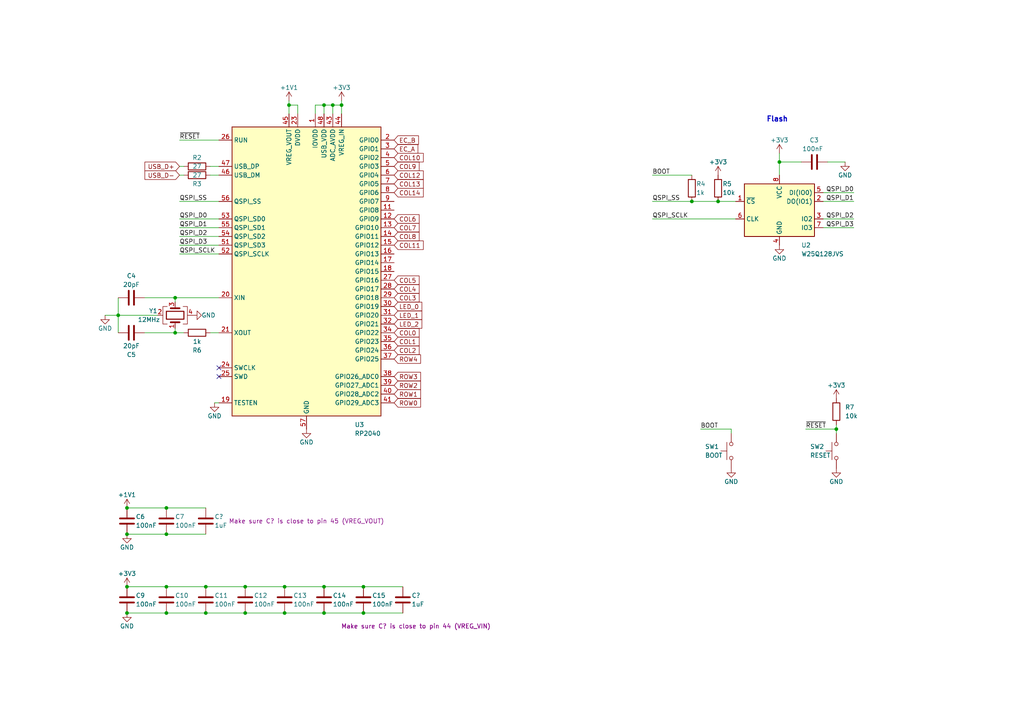
<source format=kicad_sch>
(kicad_sch (version 20230121) (generator eeschema)
  (paper "A4")
  (lib_symbols
    (symbol "Device:C" (pin_numbers hide) (pin_names (offset 0.254))
      (property "Reference" "C" (at 0.635 2.54 0))
      (property "Value" "C" (at 0.635 -2.54 0))
      (symbol "C_0_1"
        (polyline (pts (xy -2.032 -0.762) (xy 2.032 -0.762)) (stroke (width 0.508)))
        (polyline (pts (xy -2.032 0.762) (xy 2.032 0.762)) (stroke (width 0.508)))
      )
      (symbol "C_1_1"
        (pin passive line (at 0 3.81 270) (length 2.794) (name "~") (number "1"))
        (pin passive line (at 0 -3.81 90) (length 2.794) (name "~") (number "2"))
      )
    )
    (symbol "Device:Crystal_GND24" (pin_names (offset 1.016) hide)
      (property "Reference" "Y" (at 3.175 5.08 0))
      (property "Value" "Crystal_GND24" (at 3.175 3.175 0))
      (symbol "Crystal_GND24_0_1"
        (rectangle (start -1.143 2.54) (end 1.143 -2.54) (stroke (width 0.3048)))
        (polyline (pts (xy -2.54 0) (xy -2.032 0)))
        (polyline (pts (xy -2.032 -1.27) (xy -2.032 1.27)) (stroke (width 0.508)))
        (polyline (pts (xy 0 -3.81) (xy 0 -3.556)))
        (polyline (pts (xy 0 3.556) (xy 0 3.81)))
        (polyline (pts (xy 2.032 -1.27) (xy 2.032 1.27)) (stroke (width 0.508)))
        (polyline (pts (xy 2.032 0) (xy 2.54 0)))
        (polyline (pts (xy -2.54 -2.286) (xy -2.54 -3.556) (xy 2.54 -3.556) (xy 2.54 -2.286)))
        (polyline (pts (xy -2.54 2.286) (xy -2.54 3.556) (xy 2.54 3.556) (xy 2.54 2.286)))
      )
      (symbol "Crystal_GND24_1_1"
        (pin passive line (at -3.81 0 0) (length 1.27) (name "1") (number "1"))
        (pin passive line (at 0 5.08 270) (length 1.27) (name "2") (number "2"))
        (pin passive line (at 3.81 0 180) (length 1.27) (name "3") (number "3"))
        (pin passive line (at 0 -5.08 90) (length 1.27) (name "4") (number "4"))
      )
    )
    (symbol "Device:R" (pin_numbers hide) (pin_names (offset 0))
      (property "Reference" "R" (at 2.032 0 90))
      (property "Value" "R" (at 0 0 90))
      (symbol "R_0_1"
        (rectangle (start -1.016 -2.54) (end 1.016 2.54) (stroke (width 0.254)))
      )
      (symbol "R_1_1"
        (pin passive line (at 0 3.81 270) (length 1.27) (name "~") (number "1"))
        (pin passive line (at 0 -3.81 90) (length 1.27) (name "~") (number "2"))
      )
    )
    (symbol "MCU_RaspberryPi:RP2040"
      (property "Reference" "U" (at 17.78 45.72 0))
      (property "Value" "RP2040" (at 17.78 43.18 0))
      (symbol "RP2040_0_1"
        (rectangle (start -21.59 41.91) (end 21.59 -41.91) (stroke (width 0.254)) (fill (type background)))
      )
      (symbol "RP2040_1_1"
        (pin power_in line (at 2.54 45.72 270) (length 3.81) (name "IOVDD") (number "1"))
        (pin passive line (at 2.54 45.72 270) (length 3.81) hide (name "IOVDD") (number "10"))
        (pin bidirectional line (at 25.4 17.78 180) (length 3.81) (name "GPIO8") (number "11"))
        (pin bidirectional line (at 25.4 15.24 180) (length 3.81) (name "GPIO9") (number "12"))
        (pin bidirectional line (at 25.4 12.7 180) (length 3.81) (name "GPIO10") (number "13"))
        (pin bidirectional line (at 25.4 10.16 180) (length 3.81) (name "GPIO11") (number "14"))
        (pin bidirectional line (at 25.4 7.62 180) (length 3.81) (name "GPIO12") (number "15"))
        (pin bidirectional line (at 25.4 5.08 180) (length 3.81) (name "GPIO13") (number "16"))
        (pin bidirectional line (at 25.4 2.54 180) (length 3.81) (name "GPIO14") (number "17"))
        (pin bidirectional line (at 25.4 0 180) (length 3.81) (name "GPIO15") (number "18"))
        (pin input line (at -25.4 -38.1 0) (length 3.81) (name "TESTEN") (number "19"))
        (pin bidirectional line (at 25.4 38.1 180) (length 3.81) (name "GPIO0") (number "2"))
        (pin input line (at -25.4 -7.62 0) (length 3.81) (name "XIN") (number "20"))
        (pin passive line (at -25.4 -17.78 0) (length 3.81) (name "XOUT") (number "21"))
        (pin passive line (at 2.54 45.72 270) (length 3.81) hide (name "IOVDD") (number "22"))
        (pin power_in line (at -2.54 45.72 270) (length 3.81) (name "DVDD") (number "23"))
        (pin output line (at -25.4 -27.94 0) (length 3.81) (name "SWCLK") (number "24"))
        (pin bidirectional line (at -25.4 -30.48 0) (length 3.81) (name "SWD") (number "25"))
        (pin input line (at -25.4 38.1 0) (length 3.81) (name "RUN") (number "26"))
        (pin bidirectional line (at 25.4 -2.54 180) (length 3.81) (name "GPIO16") (number "27"))
        (pin bidirectional line (at 25.4 -5.08 180) (length 3.81) (name "GPIO17") (number "28"))
        (pin bidirectional line (at 25.4 -7.62 180) (length 3.81) (name "GPIO18") (number "29"))
        (pin bidirectional line (at 25.4 35.56 180) (length 3.81) (name "GPIO1") (number "3"))
        (pin bidirectional line (at 25.4 -10.16 180) (length 3.81) (name "GPIO19") (number "30"))
        (pin bidirectional line (at 25.4 -12.7 180) (length 3.81) (name "GPIO20") (number "31"))
        (pin bidirectional line (at 25.4 -15.24 180) (length 3.81) (name "GPIO21") (number "32"))
        (pin passive line (at 2.54 45.72 270) (length 3.81) hide (name "IOVDD") (number "33"))
        (pin bidirectional line (at 25.4 -17.78 180) (length 3.81) (name "GPIO22") (number "34"))
        (pin bidirectional line (at 25.4 -20.32 180) (length 3.81) (name "GPIO23") (number "35"))
        (pin bidirectional line (at 25.4 -22.86 180) (length 3.81) (name "GPIO24") (number "36"))
        (pin bidirectional line (at 25.4 -25.4 180) (length 3.81) (name "GPIO25") (number "37"))
        (pin bidirectional line (at 25.4 -30.48 180) (length 3.81) (name "GPIO26_ADC0") (number "38"))
        (pin bidirectional line (at 25.4 -33.02 180) (length 3.81) (name "GPIO27_ADC1") (number "39"))
        (pin bidirectional line (at 25.4 33.02 180) (length 3.81) (name "GPIO2") (number "4"))
        (pin bidirectional line (at 25.4 -35.56 180) (length 3.81) (name "GPIO28_ADC2") (number "40"))
        (pin bidirectional line (at 25.4 -38.1 180) (length 3.81) (name "GPIO29_ADC3") (number "41"))
        (pin passive line (at 2.54 45.72 270) (length 3.81) hide (name "IOVDD") (number "42"))
        (pin power_in line (at 7.62 45.72 270) (length 3.81) (name "ADC_AVDD") (number "43"))
        (pin power_in line (at 10.16 45.72 270) (length 3.81) (name "VREG_IN") (number "44"))
        (pin power_out line (at -5.08 45.72 270) (length 3.81) (name "VREG_VOUT") (number "45"))
        (pin bidirectional line (at -25.4 27.94 0) (length 3.81) (name "USB_DM") (number "46"))
        (pin bidirectional line (at -25.4 30.48 0) (length 3.81) (name "USB_DP") (number "47"))
        (pin power_in line (at 5.08 45.72 270) (length 3.81) (name "USB_VDD") (number "48"))
        (pin passive line (at 2.54 45.72 270) (length 3.81) hide (name "IOVDD") (number "49"))
        (pin bidirectional line (at 25.4 30.48 180) (length 3.81) (name "GPIO3") (number "5"))
        (pin passive line (at -2.54 45.72 270) (length 3.81) hide (name "DVDD") (number "50"))
        (pin bidirectional line (at -25.4 7.62 0) (length 3.81) (name "QSPI_SD3") (number "51"))
        (pin output line (at -25.4 5.08 0) (length 3.81) (name "QSPI_SCLK") (number "52"))
        (pin bidirectional line (at -25.4 15.24 0) (length 3.81) (name "QSPI_SD0") (number "53"))
        (pin bidirectional line (at -25.4 10.16 0) (length 3.81) (name "QSPI_SD2") (number "54"))
        (pin bidirectional line (at -25.4 12.7 0) (length 3.81) (name "QSPI_SD1") (number "55"))
        (pin bidirectional line (at -25.4 20.32 0) (length 3.81) (name "QSPI_SS") (number "56"))
        (pin power_in line (at 0 -45.72 90) (length 3.81) (name "GND") (number "57"))
        (pin bidirectional line (at 25.4 27.94 180) (length 3.81) (name "GPIO4") (number "6"))
        (pin bidirectional line (at 25.4 25.4 180) (length 3.81) (name "GPIO5") (number "7"))
        (pin bidirectional line (at 25.4 22.86 180) (length 3.81) (name "GPIO6") (number "8"))
        (pin bidirectional line (at 25.4 20.32 180) (length 3.81) (name "GPIO7") (number "9"))
      )
    )
    (symbol "Memory_Flash:W25Q128JVS"
      (property "Reference" "U" (at -8.89 8.89 0))
      (property "Value" "W25Q128JVS" (at 7.62 8.89 0))
      (symbol "W25Q128JVS_0_1"
        (rectangle (start -10.16 7.62) (end 10.16 -7.62) (stroke (width 0.254)) (fill (type background)))
      )
      (symbol "W25Q128JVS_1_1"
        (pin input line (at -12.7 2.54 0) (length 2.54) (name "~{CS}") (number "1"))
        (pin bidirectional line (at 12.7 2.54 180) (length 2.54) (name "DO(IO1)") (number "2"))
        (pin bidirectional line (at 12.7 -2.54 180) (length 2.54) (name "IO2") (number "3"))
        (pin power_in line (at 0 -10.16 90) (length 2.54) (name "GND") (number "4"))
        (pin bidirectional line (at 12.7 5.08 180) (length 2.54) (name "DI(IO0)") (number "5"))
        (pin input line (at -12.7 -2.54 0) (length 2.54) (name "CLK") (number "6"))
        (pin bidirectional line (at 12.7 -5.08 180) (length 2.54) (name "IO3") (number "7"))
        (pin power_in line (at 0 10.16 270) (length 2.54) (name "VCC") (number "8"))
      )
    )
    (symbol "SW_Push_1" (pin_numbers hide) (pin_names (offset 1.016) hide)
      (property "Reference" "SW1" (at -7.62 1.27 90))
      (property "Value" "BOOT" (at -7.62 -1.27 90))
      (symbol "SW_Push_1_0_1"
        (circle (center -2.032 0) (radius 0.508))
        (polyline (pts (xy 0 1.27) (xy 0 3.048)))
        (polyline (pts (xy 2.54 1.27) (xy -2.54 1.27)))
        (circle (center 2.032 0) (radius 0.508))
        (pin passive line (at -5.08 0 0) (length 2.54) (name "1") (number "1"))
        (pin passive line (at 5.08 0 180) (length 2.54) (name "2") (number "2"))
      )
    )
    (symbol "Switch:SW_Push" (pin_numbers hide) (pin_names (offset 1.016) hide)
      (property "Reference" "SW2" (at -8.89 1.27 90))
      (property "Value" "RESET" (at -8.89 -1.27 90))
      (symbol "SW_Push_0_1"
        (circle (center -2.032 0) (radius 0.508))
        (polyline (pts (xy 0 1.27) (xy 0 3.048)))
        (polyline (pts (xy 2.54 1.27) (xy -2.54 1.27)))
        (circle (center 2.032 0) (radius 0.508))
        (pin passive line (at -5.08 0 0) (length 2.54) (name "1") (number "1"))
        (pin passive line (at 5.08 0 180) (length 2.54) (name "2") (number "2"))
      )
    )
    (symbol "power:+1V1" (power) (pin_names (offset 0))
      (property "Value" "+1V1" (at 0 3.556 0))
      (symbol "+1V1_0_1"
        (polyline (pts (xy -0.762 1.27) (xy 0 2.54)))
        (polyline (pts (xy 0 0) (xy 0 2.54)))
        (polyline (pts (xy 0 2.54) (xy 0.762 1.27)))
      )
      (symbol "+1V1_1_1"
        (pin power_in line (at 0 0 90) (length 0) hide (name "+1V1") (number "1"))
      )
    )
    (symbol "power:+3V3" (power) (pin_names (offset 0))
      (property "Value" "+3V3" (at 0 3.556 0))
      (symbol "+3V3_0_1"
        (polyline (pts (xy -0.762 1.27) (xy 0 2.54)))
        (polyline (pts (xy 0 0) (xy 0 2.54)))
        (polyline (pts (xy 0 2.54) (xy 0.762 1.27)))
      )
      (symbol "+3V3_1_1"
        (pin power_in line (at 0 0 90) (length 0) hide (name "+3V3") (number "1"))
      )
    )
    (symbol "power:GND" (power) (pin_names (offset 0))
      (property "Value" "GND" (at 0 -3.81 0))
      (symbol "GND_0_1"
        (polyline (pts (xy 0 0) (xy 0 -1.27) (xy 1.27 -1.27) (xy 0 -2.54) (xy -1.27 -1.27) (xy 0 -1.27)))
      )
      (symbol "GND_1_1"
        (pin power_in line (at 0 0 270) (length 0) hide (name "GND") (number "1"))
      )
    )
  )
  (junction (at 93.98 30.48))
  (junction (at 34.29 91.44))
  (junction (at 59.69 170.18))
  (junction (at 48.26 170.18))
  (junction (at 83.82 30.48))
  (junction (at 96.52 30.48))
  (junction (at 36.83 154.94))
  (junction (at 105.41 177.8))
  (junction (at 242.57 124.46))
  (junction (at 36.83 170.18))
  (junction (at 208.28 58.42))
  (junction (at 50.8 86.36))
  (junction (at 48.26 147.32))
  (junction (at 48.26 177.8))
  (junction (at 71.12 170.18))
  (junction (at 200.66 58.42))
  (junction (at 82.55 170.18))
  (junction (at 105.41 170.18))
  (junction (at 93.98 170.18))
  (junction (at 99.06 30.48))
  (junction (at 93.98 177.8))
  (junction (at 48.26 154.94))
  (junction (at 50.8 96.52))
  (junction (at 226.06 46.99))
  (junction (at 36.83 147.32))
  (junction (at 59.69 177.8))
  (junction (at 36.83 177.8))
  (junction (at 71.12 177.8))
  (junction (at 82.55 177.8))
  (no_connect (at 63.5 106.68))
  (no_connect (at 63.5 109.22))
  (wire (pts (xy 93.98 170.18) (xy 105.41 170.18)))
  (wire (pts (xy 41.91 96.52) (xy 50.8 96.52)))
  (wire (pts (xy 99.06 33.02) (xy 99.06 30.48)))
  (wire (pts (xy 50.8 86.36) (xy 63.5 86.36)))
  (wire (pts (xy 48.26 170.18) (xy 59.69 170.18)))
  (wire (pts (xy 96.52 30.48) (xy 96.52 33.02)))
  (wire (pts (xy 52.07 40.64) (xy 63.5 40.64)))
  (wire (pts (xy 36.83 170.18) (xy 48.26 170.18)))
  (wire (pts (xy 62.23 116.84) (xy 63.5 116.84)))
  (wire (pts (xy 93.98 177.8) (xy 105.41 177.8)))
  (wire (pts (xy 48.26 147.32) (xy 59.69 147.32)))
  (wire (pts (xy 226.06 46.99) (xy 226.06 50.8)))
  (wire (pts (xy 52.07 73.66) (xy 63.5 73.66)))
  (wire (pts (xy 247.65 58.42) (xy 238.76 58.42)))
  (wire (pts (xy 34.29 86.36) (xy 34.29 91.44)))
  (wire (pts (xy 52.07 68.58) (xy 63.5 68.58)))
  (wire (pts (xy 50.8 96.52) (xy 53.34 96.52)))
  (wire (pts (xy 189.23 50.8) (xy 200.66 50.8)))
  (wire (pts (xy 226.06 44.45) (xy 226.06 46.99)))
  (wire (pts (xy 59.69 170.18) (xy 71.12 170.18)))
  (wire (pts (xy 82.55 170.18) (xy 93.98 170.18)))
  (wire (pts (xy 71.12 170.18) (xy 82.55 170.18)))
  (wire (pts (xy 60.96 48.26) (xy 63.5 48.26)))
  (wire (pts (xy 34.29 91.44) (xy 34.29 96.52)))
  (wire (pts (xy 93.98 30.48) (xy 96.52 30.48)))
  (wire (pts (xy 52.07 48.26) (xy 53.34 48.26)))
  (wire (pts (xy 105.41 170.18) (xy 116.84 170.18)))
  (wire (pts (xy 83.82 30.48) (xy 83.82 33.02)))
  (wire (pts (xy 247.65 55.88) (xy 238.76 55.88)))
  (wire (pts (xy 48.26 177.8) (xy 59.69 177.8)))
  (wire (pts (xy 36.83 154.94) (xy 48.26 154.94)))
  (wire (pts (xy 34.29 91.44) (xy 45.72 91.44)))
  (wire (pts (xy 93.98 30.48) (xy 93.98 33.02)))
  (wire (pts (xy 247.65 63.5) (xy 238.76 63.5)))
  (wire (pts (xy 41.91 86.36) (xy 50.8 86.36)))
  (wire (pts (xy 36.83 177.8) (xy 48.26 177.8)))
  (wire (pts (xy 60.96 96.52) (xy 63.5 96.52)))
  (wire (pts (xy 99.06 30.48) (xy 96.52 30.48)))
  (wire (pts (xy 200.66 58.42) (xy 208.28 58.42)))
  (wire (pts (xy 52.07 71.12) (xy 63.5 71.12)))
  (wire (pts (xy 245.11 46.99) (xy 240.03 46.99)))
  (wire (pts (xy 242.57 124.46) (xy 242.57 123.19)))
  (wire (pts (xy 247.65 66.04) (xy 238.76 66.04)))
  (wire (pts (xy 99.06 29.21) (xy 99.06 30.48)))
  (wire (pts (xy 86.36 30.48) (xy 86.36 33.02)))
  (wire (pts (xy 91.44 30.48) (xy 91.44 33.02)))
  (wire (pts (xy 52.07 50.8) (xy 53.34 50.8)))
  (wire (pts (xy 83.82 29.21) (xy 83.82 30.48)))
  (wire (pts (xy 82.55 177.8) (xy 93.98 177.8)))
  (wire (pts (xy 83.82 30.48) (xy 86.36 30.48)))
  (wire (pts (xy 71.12 177.8) (xy 82.55 177.8)))
  (wire (pts (xy 52.07 58.42) (xy 63.5 58.42)))
  (wire (pts (xy 50.8 95.25) (xy 50.8 96.52)))
  (wire (pts (xy 52.07 63.5) (xy 63.5 63.5)))
  (wire (pts (xy 52.07 66.04) (xy 63.5 66.04)))
  (wire (pts (xy 91.44 30.48) (xy 93.98 30.48)))
  (wire (pts (xy 59.69 177.8) (xy 71.12 177.8)))
  (wire (pts (xy 30.48 91.44) (xy 34.29 91.44)))
  (wire (pts (xy 242.57 125.73) (xy 242.57 124.46)))
  (wire (pts (xy 189.23 63.5) (xy 213.36 63.5)))
  (wire (pts (xy 233.68 124.46) (xy 242.57 124.46)))
  (wire (pts (xy 60.96 50.8) (xy 63.5 50.8)))
  (wire (pts (xy 208.28 58.42) (xy 213.36 58.42)))
  (wire (pts (xy 105.41 177.8) (xy 116.84 177.8)))
  (wire (pts (xy 36.83 147.32) (xy 48.26 147.32)))
  (wire (pts (xy 48.26 154.94) (xy 59.69 154.94)))
  (wire (pts (xy 212.09 124.46) (xy 212.09 125.73)))
  (wire (pts (xy 232.41 46.99) (xy 226.06 46.99)))
  (wire (pts (xy 189.23 58.42) (xy 200.66 58.42)))
  (wire (pts (xy 50.8 86.36) (xy 50.8 87.63)))
  (wire (pts (xy 203.2 124.46) (xy 212.09 124.46)))
  (text "Flash" (at 222.25 35.56 0) (effects (font (size 1.5 1.5) bold) (justify left bottom)))
  (label "QSPI_SCLK" (at 189.23 63.5 0))
  (label "~{RESET}" (at 52.07 40.64 0))
  (label "QSPI_D2" (at 52.07 68.58 0))
  (label "QSPI_SS" (at 52.07 58.42 0))
  (label "QSPI_D1" (at 247.65 58.42 180))
  (label "QSPI_D3" (at 247.65 66.04 180))
  (label "QSPI_D2" (at 247.65 63.5 180))
  (label "QSPI_D0" (at 247.65 55.88 180))
  (label "QSPI_D0" (at 52.07 63.5 0))
  (label "QSPI_SCLK" (at 52.07 73.66 0))
  (label "~{RESET}" (at 233.68 124.46 0))
  (label "QSPI_D3" (at 52.07 71.12 0))
  (label "BOOT" (at 203.2 124.46 0))
  (label "BOOT" (at 189.23 50.8 0))
  (label "QSPI_D1" (at 52.07 66.04 0))
  (label "QSPI_SS" (at 189.23 58.42 0))
  (global_label "LED_0" (shape input) (at 114.3 88.9 0) (property "Intersheetrefs" "${INTERSHEET_REFS}" (effects hide)))
  (global_label "COL10" (shape input) (at 114.3 45.72 0) (property "Intersheetrefs" "${INTERSHEET_REFS}" (effects hide)))
  (global_label "COL13" (shape input) (at 114.3 53.34 0) (property "Intersheetrefs" "${INTERSHEET_REFS}" (effects hide)))
  (global_label "COL5" (shape input) (at 114.3 81.28 0) (property "Intersheetrefs" "${INTERSHEET_REFS}" (effects hide)))
  (global_label "COL1" (shape input) (at 114.3 99.06 0) (property "Intersheetrefs" "${INTERSHEET_REFS}" (effects hide)))
  (global_label "ROW3" (shape input) (at 114.3 109.22 0) (property "Intersheetrefs" "${INTERSHEET_REFS}" (effects hide)))
  (global_label "ROW4" (shape input) (at 114.3 104.14 0) (property "Intersheetrefs" "${INTERSHEET_REFS}" (effects hide)))
  (global_label "LED_1" (shape input) (at 114.3 91.44 0) (property "Intersheetrefs" "${INTERSHEET_REFS}" (effects hide)))
  (global_label "ROW2" (shape input) (at 114.3 111.76 0) (property "Intersheetrefs" "${INTERSHEET_REFS}" (effects hide)))
  (global_label "USB_D-" (shape input) (at 52.07 50.8 180) (property "Intersheetrefs" "${INTERSHEET_REFS}" (effects hide)))
  (global_label "ROW0" (shape input) (at 114.3 116.84 0) (property "Intersheetrefs" "${INTERSHEET_REFS}" (effects hide)))
  (global_label "COL7" (shape input) (at 114.3 66.04 0) (property "Intersheetrefs" "${INTERSHEET_REFS}" (effects hide)))
  (global_label "COL3" (shape input) (at 114.3 86.36 0) (property "Intersheetrefs" "${INTERSHEET_REFS}" (effects hide)))
  (global_label "EC_A" (shape input) (at 114.3 43.18 0) (property "Intersheetrefs" "${INTERSHEET_REFS}" (effects hide)))
  (global_label "LED_2" (shape input) (at 114.3 93.98 0) (property "Intersheetrefs" "${INTERSHEET_REFS}" (effects hide)))
  (global_label "COL11" (shape input) (at 114.3 71.12 0) (property "Intersheetrefs" "${INTERSHEET_REFS}" (effects hide)))
  (global_label "COL4" (shape input) (at 114.3 83.82 0) (property "Intersheetrefs" "${INTERSHEET_REFS}" (effects hide)))
  (global_label "COL2" (shape input) (at 114.3 101.6 0) (property "Intersheetrefs" "${INTERSHEET_REFS}" (effects hide)))
  (global_label "COL6" (shape input) (at 114.3 63.5 0) (property "Intersheetrefs" "${INTERSHEET_REFS}" (effects hide)))
  (global_label "USB_D+" (shape input) (at 52.07 48.26 180) (property "Intersheetrefs" "${INTERSHEET_REFS}" (effects hide)))
  (global_label "COL0" (shape input) (at 114.3 96.52 0) (property "Intersheetrefs" "${INTERSHEET_REFS}" (effects hide)))
  (global_label "EC_B" (shape input) (at 114.3 40.64 0) (property "Intersheetrefs" "${INTERSHEET_REFS}" (effects hide)))
  (global_label "COL9" (shape input) (at 114.3 48.26 0) (property "Intersheetrefs" "${INTERSHEET_REFS}" (effects hide)))
  (global_label "COL12" (shape input) (at 114.3 50.8 0) (property "Intersheetrefs" "${INTERSHEET_REFS}" (effects hide)))
  (global_label "COL14" (shape input) (at 114.3 55.88 0) (property "Intersheetrefs" "${INTERSHEET_REFS}" (effects hide)))
  (global_label "COL8" (shape input) (at 114.3 68.58 0) (property "Intersheetrefs" "${INTERSHEET_REFS}" (effects hide)))
  (global_label "ROW1" (shape input) (at 114.3 114.3 0) (property "Intersheetrefs" "${INTERSHEET_REFS}" (effects hide)))
  (symbol (lib_id "Device:R") (at 208.28 54.61 0) (mirror y) (unit 1)
    (property "Reference" "R5" (at 209.55 53.34 0) (effects (justify right)))
    (property "Value" "10k" (at 209.55 55.88 0) (effects (justify right)))
    (property "Footprint" "Resistor_SMD:R_0402_1005Metric" (effects hide))
    (property "MFR. Part #" "0402WGF1002TCE " (effects hide))
    (property "LCSC" "C25744" (effects hide))
    (instances (project "MS60_2us" (path "" (reference "R5") (unit 1))) (project "facade60_daughterboard" (path "" (reference "R6") (unit 1))))
  )
  (symbol (lib_id "power:+3V3") (at 36.83 170.18 0) (unit 1)
    (property "Reference" "#PWR024" (effects hide))
    (property "Value" "+3V3" (at 36.83 166.37 0))
    (instances (project "MS60_2us" (path "" (reference "#PWR024") (unit 1))) (project "facade60_daughterboard" (path "" (reference "#PWR029") (unit 1))))
  )
  (symbol (lib_name "SW_Push_1") (lib_id "Switch:SW_Push") (at 212.09 130.81 90) (unit 1)
    (property "Reference" "SW1" (at 204.47 129.54 90) (effects (justify right)))
    (property "Value" "BOOT" (at 204.47 132.08 90) (effects (justify right)))
    (property "Footprint" "Button_Switch_SMD:SW_SPST_B3U-1000P" (effects hide))
    (property "MFR. Part #" "TS-1064S-A1B2-D4" (effects hide))
    (property "LCSC" "C498294" (effects hide))
  )
  (symbol (lib_id "Device:C") (at 38.1 96.52 90) (unit 1)
    (property "Reference" "C5" (at 38.1 102.87 90))
    (property "Value" "20pF" (at 38.1 100.33 90))
    (property "Footprint" "Capacitor_SMD:C_0402_1005Metric" (effects hide))
    (property "MFR. Part #" "0402CG200J500NT" (effects hide))
    (property "LCSC" "C1554" (effects hide))
  )
  (symbol (lib_id "power:GND") (at 36.83 154.94 0) (unit 1)
    (property "Reference" "#PWR023" (effects hide))
    (property "Value" "GND" (at 36.83 158.75 0))
    (instances (project "MS60_2us" (path "" (reference "#PWR023") (unit 1))) (project "facade60_daughterboard" (path "" (reference "#PWR028") (unit 1))))
  )
  (symbol (lib_id "power:GND") (at 55.88 91.44 90) (unit 1)
    (property "Reference" "#PWR016" (effects hide))
    (property "Value" "GND" (at 58.42 91.44 90) (effects (justify right)))
    (instances (project "MS60_2us" (path "" (reference "#PWR016") (unit 1))) (project "facade60_daughterboard" (path "" (reference "#PWR021") (unit 1))))
  )
  (symbol (lib_id "Device:C") (at 105.41 173.99 0) (unit 1)
    (property "Reference" "C15" (at 107.95 172.72 0) (effects (justify left)))
    (property "Value" "100nF" (at 107.95 175.26 0) (effects (justify left)))
    (property "Footprint" "Capacitor_SMD:C_0402_1005Metric" (effects hide))
    (property "MFR. Part #" "CL05B104KO5NNNC" (effects hide))
    (property "LCSC" "C1525" (effects hide))
  )
  (symbol (lib_id "Switch:SW_Push") (at 242.57 130.81 90) (unit 1)
    (property "Reference" "SW2" (at 234.95 129.54 90) (effects (justify right)))
    (property "Value" "RESET" (at 234.95 132.08 90) (effects (justify right)))
    (property "Footprint" "Button_Switch_SMD:SW_SPST_B3U-1000P" (effects hide))
    (property "MFR. Part #" "TS-1064S-A1B2-D4" (effects hide))
    (property "LCSC" "C498294" (effects hide))
  )
  (symbol (lib_id "Device:C") (at 48.26 173.99 0) (unit 1)
    (property "Reference" "C10" (at 50.8 172.72 0) (effects (justify left)))
    (property "Value" "100nF" (at 50.8 175.26 0) (effects (justify left)))
    (property "Footprint" "Capacitor_SMD:C_0402_1005Metric" (effects hide))
    (property "MFR. Part #" "CL05B104KO5NNNC" (effects hide))
    (property "LCSC" "C1525" (effects hide))
  )
  (symbol (lib_id "Device:C") (at 59.69 173.99 0) (unit 1)
    (property "Reference" "C11" (at 62.23 172.72 0) (effects (justify left)))
    (property "Value" "100nF" (at 62.23 175.26 0) (effects (justify left)))
    (property "Footprint" "Capacitor_SMD:C_0402_1005Metric" (effects hide))
    (property "MFR. Part #" "CL05B104KO5NNNC" (effects hide))
    (property "LCSC" "C1525" (effects hide))
  )
  (symbol (lib_id "power:GND") (at 30.48 91.44 0) (unit 1)
    (property "Reference" "#PWR015" (effects hide))
    (property "Value" "GND" (at 30.48 95.25 0))
    (instances (project "MS60_2us" (path "" (reference "#PWR015") (unit 1))) (project "facade60_daughterboard" (path "" (reference "#PWR020") (unit 1))))
  )
  (symbol (lib_id "Device:C") (at 236.22 46.99 90) (unit 1)
    (property "Reference" "C3" (at 237.49 40.64 90) (effects (justify left)))
    (property "Value" "100nF" (at 238.76 43.18 90) (effects (justify left)))
    (property "Footprint" "Capacitor_SMD:C_0402_1005Metric" (effects hide))
    (property "MFR. Part #" "CL05B104KO5NNNC" (effects hide))
    (property "LCSC" "C1525" (effects hide))
  )
  (symbol (lib_id "Device:C") (at 38.1 86.36 90) (unit 1)
    (property "Reference" "C4" (at 38.1 80.01 90))
    (property "Value" "20pF" (at 38.1 82.55 90))
    (property "Footprint" "Capacitor_SMD:C_0402_1005Metric" (effects hide))
    (property "MFR. Part #" "0402CG200J500NT" (effects hide))
    (property "LCSC" "C1554" (effects hide))
  )
  (symbol (lib_id "Device:R") (at 57.15 48.26 90) (unit 1)
    (property "Reference" "R2" (at 57.15 45.72 90))
    (property "Value" "27" (at 57.15 48.26 90))
    (property "Footprint" "Resistor_SMD:R_0603_1608Metric" (effects hide))
    (property "MFR. Part #" "0603WAF270JT5E" (effects hide))
    (property "LCSC" "C25190" (effects hide))
    (instances (project "MS60_2us" (path "" (reference "R2") (unit 1))) (project "facade60_daughterboard" (path "" (reference "R3") (unit 1))))
  )
  (symbol (lib_id "Memory_Flash:W25Q128JVS") (at 226.06 60.96 0) (unit 1)
    (property "Reference" "U2" (at 232.41 71.12 0) (effects (justify left)))
    (property "Value" "W25Q128JVS" (at 232.41 73.66 0) (effects (justify left)))
    (property "Footprint" "Package_SO:SOIC-8_5.23x5.23mm_P1.27mm" (effects hide))
    (property "Datasheet" "http://www.winbond.com/resource-files/w25q128jv_dtr%20revc%2003272018%20plus.pdf" (effects hide))
    (property "LCSC" "C97521" (effects hide))
    (property "MFR. Part #" "W25Q128JVSIQ" (effects hide))
    (instances (project "MS60_2us" (path "" (reference "U2") (unit 1))) (project "facade60_daughterboard" (path "" (reference "U3") (unit 1))))
  )
  (symbol (lib_id "Device:Crystal_GND24") (at 50.8 91.44 90) (unit 1)
    (property "Reference" "Y1" (at 44.45 90.17 90))
    (property "Value" "12MHz" (at 43.18 92.71 90))
    (property "Footprint" "Crystal:Crystal_SMD_3225-4Pin_3.2x2.5mm" (effects hide))
    (property "MFR. Part #" "X322512MSB4SI" (effects hide))
    (property "LCSC" "C9002" (effects hide))
  )
  (symbol (lib_id "Device:R") (at 57.15 50.8 90) (unit 1)
    (property "Reference" "R3" (at 57.15 53.34 90))
    (property "Value" "27" (at 57.15 50.8 90))
    (property "Footprint" "Resistor_SMD:R_0603_1608Metric" (effects hide))
    (property "MFR. Part #" "0603WAF270JT5E" (effects hide))
    (property "LCSC" "C25190" (effects hide))
    (instances (project "MS60_2us" (path "" (reference "R3") (unit 1))) (project "facade60_daughterboard" (path "" (reference "R4") (unit 1))))
  )
  (symbol (lib_id "power:GND") (at 62.23 116.84 0) (unit 1)
    (property "Reference" "#PWR018" (effects hide))
    (property "Value" "GND" (at 62.23 120.65 0))
    (instances (project "MS60_2us" (path "" (reference "#PWR018") (unit 1))) (project "facade60_daughterboard" (path "" (reference "#PWR023") (unit 1))))
  )
  (symbol (lib_id "power:+3V3") (at 226.06 44.45 0) (unit 1)
    (property "Reference" "#PWR011" (effects hide))
    (property "Value" "+3V3" (at 226.06 40.64 0))
    (instances (project "MS60_2us" (path "" (reference "#PWR011") (unit 1))) (project "facade60_daughterboard" (path "" (reference "#PWR016") (unit 1))))
  )
  (symbol (lib_id "power:+3V3") (at 242.57 115.57 0) (unit 1)
    (property "Reference" "#PWR017" (effects hide))
    (property "Value" "+3V3" (at 242.57 111.76 0))
    (instances (project "MS60_2us" (path "" (reference "#PWR017") (unit 1))) (project "facade60_daughterboard" (path "" (reference "#PWR022") (unit 1))))
  )
  (symbol (lib_id "power:GND") (at 212.09 135.89 0) (unit 1)
    (property "Reference" "#PWR020" (effects hide))
    (property "Value" "GND" (at 212.09 139.7 0))
    (instances (project "MS60_2us" (path "" (reference "#PWR020") (unit 1))) (project "facade60_daughterboard" (path "" (reference "#PWR025") (unit 1))))
  )
  (symbol (lib_id "Device:R") (at 242.57 119.38 0) (unit 1)
    (property "Reference" "R7" (at 245.11 118.1099 0) (effects (justify left)))
    (property "Value" "10k" (at 245.11 120.6499 0) (effects (justify left)))
    (property "Footprint" "Resistor_SMD:R_0402_1005Metric" (effects hide))
    (property "MFR. Part #" "0402WGF1002TCE " (effects hide))
    (property "LCSC" "C25744" (effects hide))
    (instances (project "MS60_2us" (path "" (reference "R7") (unit 1))) (project "facade60_daughterboard" (path "" (reference "R8") (unit 1))))
  )
  (symbol (lib_id "Device:C") (at 71.12 173.99 0) (unit 1)
    (property "Reference" "C12" (at 73.66 172.72 0) (effects (justify left)))
    (property "Value" "100nF" (at 73.66 175.26 0) (effects (justify left)))
    (property "Footprint" "Capacitor_SMD:C_0402_1005Metric" (effects hide))
    (property "MFR. Part #" "CL05B104KO5NNNC" (effects hide))
    (property "LCSC" "C1525" (effects hide))
  )
  (symbol (lib_id "Device:C") (at 59.69 151.13 0) (unit 1)
    (property "Reference" "C?" (at 62.23 149.86 0) (effects (justify left)))
    (property "Value" "1uF" (at 62.23 152.4 0) (effects (justify left)))
    (property "Footprint" "Capacitor_SMD:C_0402_1005Metric" (effects hide))
    (property "MFR. Part #" "CL05A105KA5NQNC" (effects hide))
    (property "Note" "Make sure ${REFERENCE} is close to pin 45 (VREG_VOUT)" (at 88.9 151.13 0))
    (property "LCSC" "C52923" (effects hide))
    (instances (project "" (path "" (reference "C?") (unit 1))) (project "" (path "" (reference "C?") (unit 1))) (project "" (path "" (reference "C?") (unit 1))) (project "" (path "" (reference "C?") (unit 1))) (project "" (path "" (reference "C?") (unit 1))) (project "" (path "" (reference "C?") (unit 1))) (project "" (path "" (reference "C?") (unit 1))) (project "" (path "" (reference "C?") (unit 1))) (project "" (path "" (reference "C?") (unit 1))) (project "" (path "" (reference "C?") (unit 1))) (project "MS60_2us" (path "" (reference "C8") (unit 1)) (path "" (reference "C?") (unit 1)) (path "" (reference "C?") (unit 1))) (project "" (path "" (reference "C?") (unit 1))) (project "" (path "" (reference "C?") (unit 1))) (project "" (path "" (reference "C?") (unit 1))) (project "" (path "" (reference "C?") (unit 1))) (project "" (path "" (reference "C?") (unit 1))) (project "" (path "" (reference "C?") (unit 1))) (project "" (path "" (reference "C?") (unit 1))) (project "" (path "" (reference "C?") (unit 1))) (project "" (path "" (reference "C?") (unit 1))) (project "" (path "" (reference "C?") (unit 1))) (project "facade60_daughterboard" (path "" (reference "C8") (unit 1)) (path "" (reference "C8") (unit 1))))
  )
  (symbol (lib_id "power:GND") (at 36.83 177.8 0) (unit 1)
    (property "Reference" "#PWR025" (effects hide))
    (property "Value" "GND" (at 36.83 181.61 0))
    (instances (project "MS60_2us" (path "" (reference "#PWR025") (unit 1))) (project "facade60_daughterboard" (path "" (reference "#PWR030") (unit 1))))
  )
  (symbol (lib_id "Device:C") (at 36.83 173.99 0) (unit 1)
    (property "Reference" "C9" (at 39.37 172.72 0) (effects (justify left)))
    (property "Value" "100nF" (at 39.37 175.26 0) (effects (justify left)))
    (property "Footprint" "Capacitor_SMD:C_0402_1005Metric" (effects hide))
    (property "MFR. Part #" "CL05B104KO5NNNC" (effects hide))
    (property "LCSC" "C1525" (effects hide))
  )
  (symbol (lib_id "Device:C") (at 93.98 173.99 0) (unit 1)
    (property "Reference" "C14" (at 96.52 172.72 0) (effects (justify left)))
    (property "Value" "100nF" (at 96.52 175.26 0) (effects (justify left)))
    (property "Footprint" "Capacitor_SMD:C_0402_1005Metric" (effects hide))
    (property "MFR. Part #" "CL05B104KO5NNNC" (effects hide))
    (property "LCSC" "C1525" (effects hide))
  )
  (symbol (lib_id "Device:C") (at 116.84 173.99 0) (unit 1)
    (property "Reference" "C?" (at 119.38 172.72 0) (effects (justify left)))
    (property "Value" "1uF" (at 119.38 175.26 0) (effects (justify left)))
    (property "Footprint" "Capacitor_SMD:C_0402_1005Metric" (effects hide))
    (property "MFR. Part #" "CL05A105KA5NQNC" (effects hide))
    (property "Note" "Make sure ${REFERENCE} is close to pin 44 (VREG_VIN)" (at 120.65 181.61 0))
    (property "LCSC" "C52923" (effects hide))
    (instances (project "" (path "" (reference "C?") (unit 1))) (project "" (path "" (reference "C?") (unit 1))) (project "" (path "" (reference "C?") (unit 1))) (project "" (path "" (reference "C?") (unit 1))) (project "" (path "" (reference "C?") (unit 1))) (project "" (path "" (reference "C?") (unit 1))) (project "" (path "" (reference "C?") (unit 1))) (project "" (path "" (reference "C?") (unit 1))) (project "" (path "" (reference "C?") (unit 1))) (project "" (path "" (reference "C?") (unit 1))) (project "MS60_2us" (path "" (reference "C16") (unit 1)) (path "" (reference "C?") (unit 1)) (path "" (reference "C?") (unit 1))) (project "" (path "" (reference "C?") (unit 1))) (project "" (path "" (reference "C?") (unit 1))) (project "" (path "" (reference "C?") (unit 1))) (project "" (path "" (reference "C?") (unit 1))) (project "" (path "" (reference "C?") (unit 1))) (project "" (path "" (reference "C?") (unit 1))) (project "" (path "" (reference "C?") (unit 1))) (project "" (path "" (reference "C?") (unit 1))) (project "" (path "" (reference "C?") (unit 1))) (project "" (path "" (reference "C?") (unit 1))) (project "facade60_daughterboard" (path "" (reference "C16") (unit 1)) (path "" (reference "C16") (unit 1))))
  )
  (symbol (lib_id "power:GND") (at 226.06 71.12 0) (unit 1)
    (property "Reference" "#PWR014" (effects hide))
    (property "Value" "GND" (at 226.06 74.93 0))
    (instances (project "MS60_2us" (path "" (reference "#PWR014") (unit 1))) (project "facade60_daughterboard" (path "" (reference "#PWR019") (unit 1))))
  )
  (symbol (lib_id "Device:C") (at 48.26 151.13 0) (unit 1)
    (property "Reference" "C7" (at 50.8 149.86 0) (effects (justify left)))
    (property "Value" "100nF" (at 50.8 152.4 0) (effects (justify left)))
    (property "Footprint" "Capacitor_SMD:C_0402_1005Metric" (effects hide))
    (property "MFR. Part #" "CL05B104KO5NNNC" (effects hide))
    (property "LCSC" "C1525" (effects hide))
  )
  (symbol (lib_id "power:GND") (at 88.9 124.46 0) (unit 1)
    (property "Reference" "#PWR019" (effects hide))
    (property "Value" "GND" (at 88.9 128.27 0))
    (instances (project "MS60_2us" (path "" (reference "#PWR019") (unit 1))) (project "facade60_daughterboard" (path "" (reference "#PWR024") (unit 1))))
  )
  (symbol (lib_id "power:+3V3") (at 99.06 29.21 0) (unit 1)
    (property "Reference" "#PWR010" (effects hide))
    (property "Value" "+3V3" (at 99.06 25.4 0))
    (instances (project "MS60_2us" (path "" (reference "#PWR010") (unit 1))) (project "facade60_daughterboard" (path "" (reference "#PWR015") (unit 1))))
  )
  (symbol (lib_id "power:GND") (at 242.57 135.89 0) (unit 1)
    (property "Reference" "#PWR021" (effects hide))
    (property "Value" "GND" (at 242.57 139.7 0))
    (instances (project "MS60_2us" (path "" (reference "#PWR021") (unit 1))) (project "facade60_daughterboard" (path "" (reference "#PWR026") (unit 1))))
  )
  (symbol (lib_id "Device:C") (at 82.55 173.99 0) (unit 1)
    (property "Reference" "C13" (at 85.09 172.72 0) (effects (justify left)))
    (property "Value" "100nF" (at 85.09 175.26 0) (effects (justify left)))
    (property "Footprint" "Capacitor_SMD:C_0402_1005Metric" (effects hide))
    (property "MFR. Part #" "CL05B104KO5NNNC" (effects hide))
    (property "LCSC" "C1525" (effects hide))
  )
  (symbol (lib_id "Device:C") (at 36.83 151.13 0) (unit 1)
    (property "Reference" "C6" (at 39.37 149.86 0) (effects (justify left)))
    (property "Value" "100nF" (at 39.37 152.4 0) (effects (justify left)))
    (property "Footprint" "Capacitor_SMD:C_0402_1005Metric" (effects hide))
    (property "MFR. Part #" "CL05B104KO5NNNC" (effects hide))
    (property "LCSC" "C1525" (effects hide))
  )
  (symbol (lib_id "Device:R") (at 200.66 54.61 0) (mirror y) (unit 1)
    (property "Reference" "R4" (at 201.93 53.34 0) (effects (justify right)))
    (property "Value" "1k" (at 201.93 55.88 0) (effects (justify right)))
    (property "Footprint" "Resistor_SMD:R_0402_1005Metric" (effects hide))
    (property "MFR. Part #" "0402WGF1001TCE " (effects hide))
    (property "LCSC" "C11702" (effects hide))
    (instances (project "MS60_2us" (path "" (reference "R4") (unit 1))) (project "facade60_daughterboard" (path "" (reference "R5") (unit 1))))
  )
  (symbol (lib_id "Device:R") (at 57.15 96.52 90) (unit 1)
    (property "Reference" "R6" (at 57.15 101.6 90))
    (property "Value" "1k" (at 57.15 99.06 90))
    (property "Footprint" "Resistor_SMD:R_0402_1005Metric" (effects hide))
    (property "MFR. Part #" "0402WGF1001TCE " (effects hide))
    (property "LCSC" "C11702" (effects hide))
    (instances (project "MS60_2us" (path "" (reference "R6") (unit 1))) (project "facade60_daughterboard" (path "" (reference "R7") (unit 1))))
  )
  (symbol (lib_id "power:GND") (at 245.11 46.99 0) (unit 1)
    (property "Reference" "#PWR012" (effects hide))
    (property "Value" "GND" (at 245.11 50.8 0))
    (instances (project "MS60_2us" (path "" (reference "#PWR012") (unit 1))) (project "facade60_daughterboard" (path "" (reference "#PWR017") (unit 1))))
  )
  (symbol (lib_id "power:+3V3") (at 208.28 50.8 0) (unit 1)
    (property "Reference" "#PWR013" (effects hide))
    (property "Value" "+3V3" (at 208.28 46.99 0))
    (instances (project "MS60_2us" (path "" (reference "#PWR013") (unit 1))) (project "facade60_daughterboard" (path "" (reference "#PWR018") (unit 1))))
  )
  (symbol (lib_id "power:+1V1") (at 83.82 29.21 0) (unit 1)
    (property "Reference" "#PWR09" (effects hide))
    (property "Value" "+1V1" (at 83.82 25.4 0))
    (instances (project "MS60_2us" (path "" (reference "#PWR09") (unit 1))) (project "facade60_daughterboard" (path "" (reference "#PWR014") (unit 1))))
  )
  (symbol (lib_id "MCU_RaspberryPi:RP2040") (at 88.9 78.74 0) (unit 1)
    (property "Reference" "U3" (at 102.87 123.19 0) (effects (justify left)))
    (property "Value" "RP2040" (at 102.87 125.73 0) (effects (justify left)))
    (property "Footprint" "Package_DFN_QFN:QFN-56-1EP_7x7mm_P0.4mm_EP3.2x3.2mm" (effects hide))
    (property "Datasheet" "https://datasheets.raspberrypi.com/rp2040/rp2040-datasheet.pdf" (effects hide))
    (property "MFR. Part #" "RP2040" (effects hide))
    (property "LCSC" "C2040" (effects hide))
    (instances (project "MS60_2us" (path "" (reference "U3") (unit 1))) (project "facade60_daughterboard" (path "" (reference "U4") (unit 1))))
  )
  (symbol (lib_id "power:+1V1") (at 36.83 147.32 0) (unit 1)
    (property "Reference" "#PWR022" (effects hide))
    (property "Value" "+1V1" (at 36.83 143.51 0))
    (instances (project "MS60_2us" (path "" (reference "#PWR022") (unit 1))) (project "facade60_daughterboard" (path "" (reference "#PWR027") (unit 1))))
  )
)
</source>
